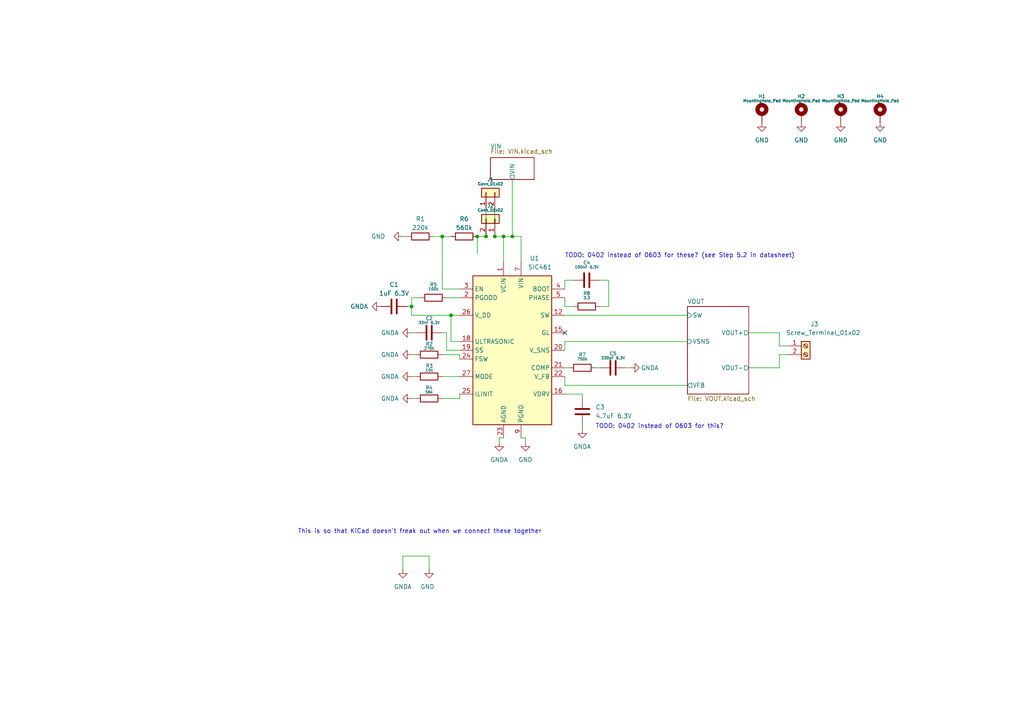
<source format=kicad_sch>
(kicad_sch (version 20211123) (generator eeschema)
  (paper "A4")
  (lib_symbols
    (symbol "Connector:Screw_Terminal_01x02" (pin_names (offset 1.016) hide)
      (property "Reference" "J" (at 0 2.54 0))
      (property "Value" "Screw_Terminal_01x02" (at 0 -5.08 0))
      (symbol "Screw_Terminal_01x02_1_1"
        (rectangle (start -1.27 1.27) (end 1.27 -3.81) (stroke (width 0.254)) (fill (type background)))
        (circle (center 0 -2.54) (radius 0.635) (stroke (width 0.1524)))
        (polyline (pts (xy -0.5334 -2.2098) (xy 0.3302 -3.048)) (stroke (width 0.1524)))
        (polyline (pts (xy -0.5334 0.3302) (xy 0.3302 -0.508)) (stroke (width 0.1524)))
        (polyline (pts (xy -0.3556 -2.032) (xy 0.508 -2.8702)) (stroke (width 0.1524)))
        (polyline (pts (xy -0.3556 0.508) (xy 0.508 -0.3302)) (stroke (width 0.1524)))
        (circle (center 0 0) (radius 0.635) (stroke (width 0.1524)))
        (pin passive line (at -5.08 0 0) (length 3.81) (name "Pin_1") (number "1"))
        (pin passive line (at -5.08 -2.54 0) (length 3.81) (name "Pin_2") (number "2"))
      )
    )
    (symbol "Connector_Generic:Conn_01x02" (pin_names (offset 1.016) hide)
      (property "Reference" "J" (at 0 2.54 0))
      (property "Value" "Conn_01x02" (at 0 -5.08 0))
      (symbol "Conn_01x02_1_1"
        (rectangle (start -1.27 -2.413) (end 0 -2.667) (stroke (width 0.1524)))
        (rectangle (start -1.27 0.127) (end 0 -0.127) (stroke (width 0.1524)))
        (rectangle (start -1.27 1.27) (end 1.27 -3.81) (stroke (width 0.254)) (fill (type background)))
        (pin passive line (at -5.08 0 0) (length 3.81) (name "Pin_1") (number "1"))
        (pin passive line (at -5.08 -2.54 0) (length 3.81) (name "Pin_2") (number "2"))
      )
    )
    (symbol "Device:C" (pin_numbers hide) (pin_names (offset 0.254))
      (property "Reference" "C" (at 0.635 2.54 0))
      (property "Value" "C" (at 0.635 -2.54 0))
      (symbol "C_0_1"
        (polyline (pts (xy -2.032 -0.762) (xy 2.032 -0.762)) (stroke (width 0.508)))
        (polyline (pts (xy -2.032 0.762) (xy 2.032 0.762)) (stroke (width 0.508)))
      )
      (symbol "C_1_1"
        (pin passive line (at 0 3.81 270) (length 2.794) (name "~") (number "1"))
        (pin passive line (at 0 -3.81 90) (length 2.794) (name "~") (number "2"))
      )
    )
    (symbol "Device:R" (pin_numbers hide) (pin_names (offset 0))
      (property "Reference" "R" (at 2.032 0 90))
      (property "Value" "R" (at 0 0 90))
      (symbol "R_0_1"
        (rectangle (start -1.016 -2.54) (end 1.016 2.54) (stroke (width 0.254)))
      )
      (symbol "R_1_1"
        (pin passive line (at 0 3.81 270) (length 1.27) (name "~") (number "1"))
        (pin passive line (at 0 -3.81 90) (length 1.27) (name "~") (number "2"))
      )
    )
    (symbol "Mechanical:MountingHole_Pad" (pin_numbers hide) (pin_names (offset 1.016) hide)
      (property "Reference" "H" (at 0 6.35 0))
      (property "Value" "MountingHole_Pad" (at 0 4.445 0))
      (symbol "MountingHole_Pad_0_1"
        (circle (center 0 1.27) (radius 1.27) (stroke (width 1.27)))
      )
      (symbol "MountingHole_Pad_1_1"
        (pin input line (at 0 -2.54 90) (length 2.54) (name "1") (number "1"))
      )
    )
    (symbol "Regulator_Switching:SIC461"
      (property "Reference" "U" (at -10.16 25.4 0))
      (property "Value" "SIC461" (at -10.16 22.86 0))
      (symbol "SIC461_0_1"
        (rectangle (start -11.43 21.59) (end 11.43 -21.59) (stroke (width 0.254)) (fill (type background)))
      )
      (symbol "SIC461_1_1"
        (pin power_in line (at -2.54 25.4 270) (length 3.81) (name "VCIN") (number "1"))
        (pin passive line (at 2.54 -25.4 90) (length 3.81) hide (name "PGND") (number "10"))
        (pin passive line (at 2.54 -25.4 90) (length 3.81) hide (name "PGND") (number "11"))
        (pin power_out line (at 15.24 10.16 180) (length 3.81) (name "SW") (number "12"))
        (pin passive line (at 15.24 10.16 180) (length 3.81) hide (name "SW") (number "13"))
        (pin passive line (at 15.24 10.16 180) (length 3.81) hide (name "SW") (number "14"))
        (pin output line (at 15.24 5.08 180) (length 3.81) (name "GL") (number "15"))
        (pin power_out line (at 15.24 -12.7 180) (length 3.81) (name "VDRV") (number "16"))
        (pin passive line (at 2.54 -25.4 90) (length 3.81) hide (name "PGND") (number "17"))
        (pin input line (at -15.24 2.54 0) (length 3.81) (name "ULTRASONIC") (number "18"))
        (pin input line (at -15.24 0 0) (length 3.81) (name "SS") (number "19"))
        (pin open_collector line (at -15.24 15.24 0) (length 3.81) (name "PGOOD") (number "2"))
        (pin input line (at 15.24 0 180) (length 3.81) (name "V_SNS") (number "20"))
        (pin output line (at 15.24 -5.08 180) (length 3.81) (name "COMP") (number "21"))
        (pin input line (at 15.24 -7.62 180) (length 3.81) (name "V_FB") (number "22"))
        (pin power_in line (at -2.54 -25.4 90) (length 3.81) (name "AGND") (number "23"))
        (pin input line (at -15.24 -2.54 0) (length 3.81) (name "FSW") (number "24"))
        (pin input line (at -15.24 -12.7 0) (length 3.81) (name "ILINIT") (number "25"))
        (pin power_out line (at -15.24 10.16 0) (length 3.81) (name "V_DD") (number "26"))
        (pin input line (at -15.24 -7.62 0) (length 3.81) (name "MODE") (number "27"))
        (pin passive line (at -2.54 -25.4 90) (length 3.81) hide (name "AGND") (number "28"))
        (pin passive line (at 2.54 25.4 270) (length 3.81) hide (name "VIN") (number "29"))
        (pin input line (at -15.24 17.78 0) (length 3.81) (name "EN") (number "3"))
        (pin passive line (at 2.54 -25.4 90) (length 3.81) hide (name "PGND") (number "30"))
        (pin input line (at 15.24 17.78 180) (length 3.81) (name "BOOT") (number "4"))
        (pin output line (at 15.24 15.24 180) (length 3.81) (name "PHASE") (number "5"))
        (pin passive line (at 15.24 15.24 180) (length 3.81) hide (name "PHASE") (number "6"))
        (pin power_in line (at 2.54 25.4 270) (length 3.81) (name "VIN") (number "7"))
        (pin passive line (at 2.54 25.4 270) (length 3.81) hide (name "VIN") (number "8"))
        (pin power_in line (at 2.54 -25.4 90) (length 3.81) (name "PGND") (number "9"))
      )
    )
    (symbol "power:GND" (power) (pin_names (offset 0))
      (property "Value" "GND" (at 0 -3.81 0))
      (symbol "GND_0_1"
        (polyline (pts (xy 0 0) (xy 0 -1.27) (xy 1.27 -1.27) (xy 0 -2.54) (xy -1.27 -1.27) (xy 0 -1.27)))
      )
      (symbol "GND_1_1"
        (pin power_in line (at 0 0 270) (length 0) hide (name "GND") (number "1"))
      )
    )
    (symbol "power:GNDA" (power) (pin_names (offset 0))
      (property "Value" "GNDA" (at 0 -3.81 0))
      (symbol "GNDA_0_1"
        (polyline (pts (xy 0 0) (xy 0 -1.27) (xy 1.27 -1.27) (xy 0 -2.54) (xy -1.27 -1.27) (xy 0 -1.27)))
      )
      (symbol "GNDA_1_1"
        (pin power_in line (at 0 0 270) (length 0) hide (name "GNDA") (number "1"))
      )
    )
  )
  (junction (at 119.38 88.9))
  (junction (at 140.97 68.58))
  (junction (at 143.51 68.58))
  (junction (at 128.27 68.58))
  (junction (at 138.43 68.58))
  (junction (at 130.81 91.44))
  (junction (at 146.05 68.58))
  (junction (at 148.59 68.58))
  (no_connect (at 163.83 96.52))
  (wire (pts (xy 144.78 127) (xy 144.78 128.27)))
  (wire (pts (xy 129.54 96.52) (xy 129.54 101.6)))
  (wire (pts (xy 163.83 114.3) (xy 168.91 114.3)))
  (wire (pts (xy 168.91 124.46) (xy 168.91 123.19)))
  (wire (pts (xy 148.59 52.07) (xy 148.59 68.58)))
  (wire (pts (xy 130.81 91.44) (xy 133.35 91.44)))
  (wire (pts (xy 129.54 96.52) (xy 128.27 96.52)))
  (wire (pts (xy 151.13 68.58) (xy 151.13 76.2)))
  (wire (pts (xy 118.11 88.9) (xy 119.38 88.9)))
  (wire (pts (xy 152.4 127) (xy 152.4 128.27)))
  (wire (pts (xy 138.43 68.58) (xy 138.43 73.66)))
  (wire (pts (xy 163.83 111.76) (xy 163.83 109.22)))
  (wire (pts (xy 152.4 127) (xy 151.13 127)))
  (wire (pts (xy 163.83 111.76) (xy 199.39 111.76)))
  (wire (pts (xy 226.06 96.52) (xy 226.06 100.33)))
  (wire (pts (xy 129.54 86.36) (xy 133.35 86.36)))
  (wire (pts (xy 125.73 68.58) (xy 128.27 68.58)))
  (wire (pts (xy 128.27 109.22) (xy 133.35 109.22)))
  (wire (pts (xy 226.06 102.87) (xy 228.6 102.87)))
  (wire (pts (xy 226.06 100.33) (xy 228.6 100.33)))
  (wire (pts (xy 116.84 161.29) (xy 124.46 161.29)))
  (wire (pts (xy 217.17 96.52) (xy 226.06 96.52)))
  (wire (pts (xy 163.83 91.44) (xy 199.39 91.44)))
  (wire (pts (xy 128.27 68.58) (xy 130.81 68.58)))
  (wire (pts (xy 217.17 106.68) (xy 226.06 106.68)))
  (wire (pts (xy 119.38 115.57) (xy 120.65 115.57)))
  (wire (pts (xy 176.53 81.28) (xy 173.99 81.28)))
  (wire (pts (xy 140.97 60.96) (xy 140.97 68.58)))
  (wire (pts (xy 119.38 91.44) (xy 130.81 91.44)))
  (wire (pts (xy 182.88 106.68) (xy 181.61 106.68)))
  (wire (pts (xy 133.35 115.57) (xy 128.27 115.57)))
  (wire (pts (xy 119.38 96.52) (xy 120.65 96.52)))
  (wire (pts (xy 119.38 86.36) (xy 119.38 88.9)))
  (wire (pts (xy 143.51 68.58) (xy 146.05 68.58)))
  (wire (pts (xy 130.81 99.06) (xy 130.81 91.44)))
  (wire (pts (xy 129.54 101.6) (xy 133.35 101.6)))
  (wire (pts (xy 144.78 127) (xy 146.05 127)))
  (wire (pts (xy 226.06 106.68) (xy 226.06 102.87)))
  (wire (pts (xy 176.53 81.28) (xy 176.53 88.9)))
  (wire (pts (xy 128.27 83.82) (xy 133.35 83.82)))
  (wire (pts (xy 163.83 86.36) (xy 163.83 88.9)))
  (wire (pts (xy 116.84 161.29) (xy 116.84 165.1)))
  (wire (pts (xy 133.35 114.3) (xy 133.35 115.57)))
  (wire (pts (xy 163.83 99.06) (xy 199.39 99.06)))
  (wire (pts (xy 146.05 68.58) (xy 146.05 76.2)))
  (wire (pts (xy 168.91 114.3) (xy 168.91 115.57)))
  (wire (pts (xy 165.1 106.68) (xy 163.83 106.68)))
  (wire (pts (xy 143.51 60.96) (xy 143.51 68.58)))
  (wire (pts (xy 130.81 99.06) (xy 133.35 99.06)))
  (wire (pts (xy 166.37 88.9) (xy 163.83 88.9)))
  (wire (pts (xy 138.43 68.58) (xy 140.97 68.58)))
  (wire (pts (xy 176.53 88.9) (xy 173.99 88.9)))
  (wire (pts (xy 163.83 99.06) (xy 163.83 101.6)))
  (wire (pts (xy 148.59 68.58) (xy 146.05 68.58)))
  (wire (pts (xy 119.38 102.87) (xy 120.65 102.87)))
  (wire (pts (xy 119.38 88.9) (xy 119.38 91.44)))
  (wire (pts (xy 163.83 81.28) (xy 166.37 81.28)))
  (wire (pts (xy 119.38 86.36) (xy 121.92 86.36)))
  (wire (pts (xy 173.99 106.68) (xy 172.72 106.68)))
  (wire (pts (xy 119.38 109.22) (xy 120.65 109.22)))
  (wire (pts (xy 124.46 161.29) (xy 124.46 165.1)))
  (wire (pts (xy 151.13 68.58) (xy 148.59 68.58)))
  (wire (pts (xy 128.27 68.58) (xy 128.27 83.82)))
  (wire (pts (xy 116.84 68.58) (xy 118.11 68.58)))
  (wire (pts (xy 133.35 102.87) (xy 133.35 104.14)))
  (wire (pts (xy 163.83 83.82) (xy 163.83 81.28)))
  (wire (pts (xy 128.27 102.87) (xy 133.35 102.87)))
  (text "This is so that KiCad doesn't freak out when we connect these together" (at 86.36 154.94 0) (effects (font (size 1.27 1.27)) (justify left bottom)))
  (text "TODO: 0402 instead of 0603 for this?" (at 172.72 124.46 0) (effects (font (size 1.27 1.27)) (justify left bottom)))
  (text "TODO: 0402 instead of 0603 for these? (see Step 5.2 in datasheet)" (at 163.83 74.93 0) (effects (font (size 1.27 1.27)) (justify left bottom)))
  (symbol (lib_id "power:GND") (at 232.41 35.56 0) (unit 1)
    (property "Reference" "#PWR014" (effects hide))
    (property "Value" "GND" (at 232.41 40.64 0))
  )
  (symbol (lib_id "power:GNDA") (at 116.84 165.1 0) (unit 1)
    (property "Reference" "#PWR03" (effects hide))
    (property "Value" "GNDA" (at 116.84 170.18 0))
  )
  (symbol (lib_id "power:GNDA") (at 119.38 102.87 270) (unit 1)
    (property "Reference" "#PWR05" (effects hide))
    (property "Value" "GNDA" (at 110.49 102.87 90) (effects (justify left)))
  )
  (symbol (lib_id "power:GNDA") (at 119.38 96.52 270) (unit 1)
    (property "Reference" "#PWR04" (effects hide))
    (property "Value" "GNDA" (at 110.49 96.52 90) (effects (justify left)))
  )
  (symbol (lib_id "Device:C") (at 124.46 96.52 90) (unit 1)
    (property "Reference" "C2" (at 124.4772 92.3095 90) (effects (font (size 1 1))))
    (property "Value" "33nF 6.3V" (at 124.4772 93.5795 90) (effects (font (size 0.8 0.8))))
    (property "Footprint" "Capacitor_SMD:C_0603_1608Metric" (effects hide))
  )
  (symbol (lib_id "Regulator_Switching:SIC461") (at 148.59 101.6 0) (unit 1)
    (property "Reference" "U1" (at 153.67 74.93 0) (effects (justify left)))
    (property "Value" "SIC461" (at 153.1494 77.47 0) (effects (justify left)))
    (property "Footprint" "SiC46x:Vishay_PowerPAK_MLP55-27L_R" (effects hide))
    (property "Datasheet" "https://www.vishay.com/docs/65124/sic46x.pdf" (effects hide))
  )
  (symbol (lib_id "power:GNDA") (at 168.91 124.46 0) (unit 1)
    (property "Reference" "#PWR011" (effects hide))
    (property "Value" "GNDA" (at 171.45 129.54 0) (effects (justify right)))
  )
  (symbol (lib_id "Mechanical:MountingHole_Pad") (at 255.27 33.02 0) (unit 1)
    (property "Reference" "H4" (at 255.27 27.94 0) (effects (font (size 1 1))))
    (property "Value" "MountingHole_Pad" (at 255.27 29.21 0) (effects (font (size 0.8 0.8))))
    (property "Footprint" "MountingHole:MountingHole_3.2mm_M3_Pad" (effects hide))
  )
  (symbol (lib_id "Device:R") (at 125.73 86.36 90) (unit 1)
    (property "Reference" "R5" (at 125.73 82.55 90) (effects (font (size 1 1))))
    (property "Value" "100k" (at 125.73 83.82 90) (effects (font (size 0.8 0.8))))
    (property "Footprint" "Resistor_SMD:R_0603_1608Metric" (effects hide))
  )
  (symbol (lib_id "Device:C") (at 170.18 81.28 90) (unit 1)
    (property "Reference" "C4" (at 170.18 76.2 90) (effects (font (size 1 1))))
    (property "Value" "100nF 6.3V" (at 170.18 77.47 90) (effects (font (size 0.8 0.8))))
    (property "Footprint" "Capacitor_SMD:C_0402_1005Metric" (effects hide))
  )
  (symbol (lib_id "power:GNDA") (at 119.38 115.57 270) (unit 1)
    (property "Reference" "#PWR07" (effects hide))
    (property "Value" "GNDA" (at 110.49 115.57 90) (effects (justify left)))
  )
  (symbol (lib_id "power:GNDA") (at 119.38 109.22 270) (unit 1)
    (property "Reference" "#PWR06" (effects hide))
    (property "Value" "GNDA" (at 110.49 109.22 90) (effects (justify left)))
  )
  (symbol (lib_id "power:GNDA") (at 182.88 106.68 90) (unit 1)
    (property "Reference" "#PWR012" (effects hide))
    (property "Value" "GNDA" (at 185.855 106.7217 90) (effects (justify right)))
  )
  (symbol (lib_id "Mechanical:MountingHole_Pad") (at 243.84 33.02 0) (unit 1)
    (property "Reference" "H3" (at 243.84 27.94 0) (effects (font (size 1 1))))
    (property "Value" "MountingHole_Pad" (at 243.84 29.21 0) (effects (font (size 0.8 0.8))))
    (property "Footprint" "MountingHole:MountingHole_3.2mm_M3_Pad" (effects hide))
  )
  (symbol (lib_id "Device:R") (at 124.46 109.22 90) (unit 1)
    (property "Reference" "R3" (at 124.5219 106.118 90) (effects (font (size 1 1))))
    (property "Value" "10k" (at 124.5219 107.388 90) (effects (font (size 0.8 0.8))))
    (property "Footprint" "Resistor_SMD:R_0603_1608Metric" (effects hide))
  )
  (symbol (lib_id "Device:R") (at 124.46 115.57 90) (unit 1)
    (property "Reference" "R4" (at 124.4599 112.4501 90) (effects (font (size 1 1))))
    (property "Value" "56k" (at 124.4599 113.7201 90) (effects (font (size 0.8 0.8))))
    (property "Footprint" "Resistor_SMD:R_0603_1608Metric" (effects hide))
  )
  (symbol (lib_id "power:GND") (at 116.84 68.58 270) (unit 1)
    (property "Reference" "#PWR02" (effects hide))
    (property "Value" "GND" (at 111.76 68.58 90) (effects (justify right)))
  )
  (symbol (lib_id "Device:C") (at 177.8 106.68 90) (unit 1)
    (property "Reference" "C5" (at 177.821 102.5422 90) (effects (font (size 1 1))))
    (property "Value" "330pF 6.3V" (at 177.821 103.8122 90) (effects (font (size 0.8 0.8))))
    (property "Footprint" "Capacitor_SMD:C_0603_1608Metric" (effects hide))
  )
  (symbol (lib_id "power:GND") (at 255.27 35.56 0) (unit 1)
    (property "Reference" "#PWR016" (effects hide))
    (property "Value" "GND" (at 255.27 40.64 0))
  )
  (symbol (lib_id "power:GND") (at 152.4 128.27 0) (unit 1)
    (property "Reference" "#PWR010" (effects hide))
    (property "Value" "GND" (at 152.4 133.35 0))
  )
  (symbol (lib_id "Mechanical:MountingHole_Pad") (at 232.41 33.02 0) (unit 1)
    (property "Reference" "H2" (at 232.41 27.94 0) (effects (font (size 1 1))))
    (property "Value" "MountingHole_Pad" (at 232.41 29.21 0) (effects (font (size 0.8 0.8))))
    (property "Footprint" "MountingHole:MountingHole_3.2mm_M3_Pad" (effects hide))
  )
  (symbol (lib_id "Mechanical:MountingHole_Pad") (at 220.98 33.02 0) (unit 1)
    (property "Reference" "H1" (at 220.98 27.94 0) (effects (font (size 1 1))))
    (property "Value" "MountingHole_Pad" (at 220.98 29.21 0) (effects (font (size 0.8 0.8))))
    (property "Footprint" "MountingHole:MountingHole_3.2mm_M3_Pad" (effects hide))
  )
  (symbol (lib_id "Device:R") (at 170.18 88.9 90) (unit 1)
    (property "Reference" "R8" (at 170.18 85.09 90) (effects (font (size 1 1))))
    (property "Value" "3.3" (at 170.18 86.36 90) (effects (font (size 0.8 0.8))))
    (property "Footprint" "Resistor_SMD:R_0402_1005Metric" (effects hide))
  )
  (symbol (lib_id "Device:R") (at 121.92 68.58 270) (unit 1)
    (property "Reference" "R1" (at 121.92 63.5 90))
    (property "Value" "220k" (at 121.92 66.04 90))
    (property "Footprint" "Resistor_SMD:R_0603_1608Metric" (effects hide))
  )
  (symbol (lib_id "power:GND") (at 124.46 165.1 0) (unit 1)
    (property "Reference" "#PWR08" (effects hide))
    (property "Value" "GND" (at 121.92 170.18 0) (effects (justify left)))
  )
  (symbol (lib_id "Device:C") (at 114.3 88.9 90) (unit 1)
    (property "Reference" "C1" (at 114.3 82.55 90))
    (property "Value" "1uF 6.3V" (at 114.3 85.09 90))
    (property "Footprint" "Capacitor_SMD:C_0603_1608Metric" (effects hide))
  )
  (symbol (lib_id "Connector_Generic:Conn_01x02") (at 140.97 55.88 90) (unit 1)
    (property "Reference" "J1" (at 142.24 52.07 90) (effects (font (size 1 1))))
    (property "Value" "Conn_01x02" (at 142.24 53.34 90) (effects (font (size 0.8 0.8))))
    (property "Footprint" "Connector_PinHeader_2.54mm:PinHeader_1x02_P2.54mm_Vertical" (effects hide))
  )
  (symbol (lib_id "power:GNDA") (at 110.49 88.9 270) (unit 1)
    (property "Reference" "#PWR01" (effects hide))
    (property "Value" "GNDA" (at 101.6 88.9 90) (effects (justify left)))
  )
  (symbol (lib_id "power:GNDA") (at 144.78 128.27 0) (unit 1)
    (property "Reference" "#PWR09" (effects hide))
    (property "Value" "GNDA" (at 144.78 133.35 0))
  )
  (symbol (lib_id "Device:C") (at 168.91 119.38 180) (unit 1)
    (property "Reference" "C3" (at 172.72 118.11 0) (effects (justify right)))
    (property "Value" "4.7uF 6.3V" (at 172.72 120.65 0) (effects (justify right)))
    (property "Footprint" "Capacitor_SMD:C_0402_1005Metric" (effects hide))
  )
  (symbol (lib_id "Device:R") (at 134.62 68.58 90) (unit 1)
    (property "Reference" "R6" (at 134.62 63.5 90))
    (property "Value" "560k" (at 134.62 66.04 90))
    (property "Footprint" "Resistor_SMD:R_0603_1608Metric" (effects hide))
  )
  (symbol (lib_id "Connector:Screw_Terminal_01x02") (at 233.68 100.33 0) (unit 1)
    (property "Reference" "J3" (at 236.22 93.98 0))
    (property "Value" "Screw_Terminal_01x02" (at 238.76 96.52 0))
    (property "Footprint" "TerminalBlock_Phoenix:TerminalBlock_Phoenix_MKDS-1,5-2_1x02_P5.00mm_Horizontal" (effects hide))
  )
  (symbol (lib_id "Connector_Generic:Conn_01x02") (at 143.51 63.5 270) (mirror x) (unit 1)
    (property "Reference" "J2" (at 142.24 59.69 90) (effects (font (size 1 1))))
    (property "Value" "Conn_01x02" (at 142.24 60.96 90) (effects (font (size 0.8 0.8))))
    (property "Footprint" "TerminalBlock_Phoenix:TerminalBlock_Phoenix_MPT-0,5-2-2.54_1x02_P2.54mm_Horizontal" (effects hide))
  )
  (symbol (lib_id "power:GND") (at 220.98 35.56 0) (unit 1)
    (property "Reference" "#PWR013" (effects hide))
    (property "Value" "GND" (at 220.98 40.64 0))
  )
  (symbol (lib_id "Device:R") (at 124.46 102.87 90) (unit 1)
    (property "Reference" "R2" (at 124.4952 99.7745 90) (effects (font (size 1 1))))
    (property "Value" "270k" (at 124.4952 101.0445 90) (effects (font (size 0.8 0.8))))
    (property "Footprint" "Resistor_SMD:R_0603_1608Metric" (effects hide))
  )
  (symbol (lib_id "Device:R") (at 168.91 106.68 90) (unit 1)
    (property "Reference" "R7" (at 168.91 102.87 90) (effects (font (size 1 1))))
    (property "Value" "750k" (at 168.91 104.14 90) (effects (font (size 0.8 0.8))))
    (property "Footprint" "Resistor_SMD:R_0603_1608Metric" (effects hide))
  )
  (symbol (lib_id "power:GND") (at 243.84 35.56 0) (unit 1)
    (property "Reference" "#PWR015" (effects hide))
    (property "Value" "GND" (at 243.84 40.64 0))
  )
  (sheet (at 142.24 45.72) (size 12.7 6.35) (stroke (width 0.1524))
    (property "Sheet name" "VIN" (at 142.24 43.18 0) (effects (justify left bottom)))
    (property "Sheet file" "VIN.kicad_sch" (at 142.24 43.18 0) (effects (justify left top)))
    (pin "VIN" output (at 148.59 52.07 270))
  )
  (sheet (at 199.39 88.9) (size 17.78 25.4) (stroke (width 0.1524))
    (property "Sheet name" "VOUT" (at 199.39 88.1884 0) (effects (justify left bottom)))
    (property "Sheet file" "VOUT.kicad_sch" (at 199.39 114.8846 0) (effects (justify left top)))
    (pin "VSNS" input (at 199.39 99.06 180))
    (pin "SW" input (at 199.39 91.44 180))
    (pin "VFB" output (at 199.39 111.76 180))
    (pin "VOUT+" output (at 217.17 96.52 0))
    (pin "VOUT-" output (at 217.17 106.68 0))
  )
)
</source>
